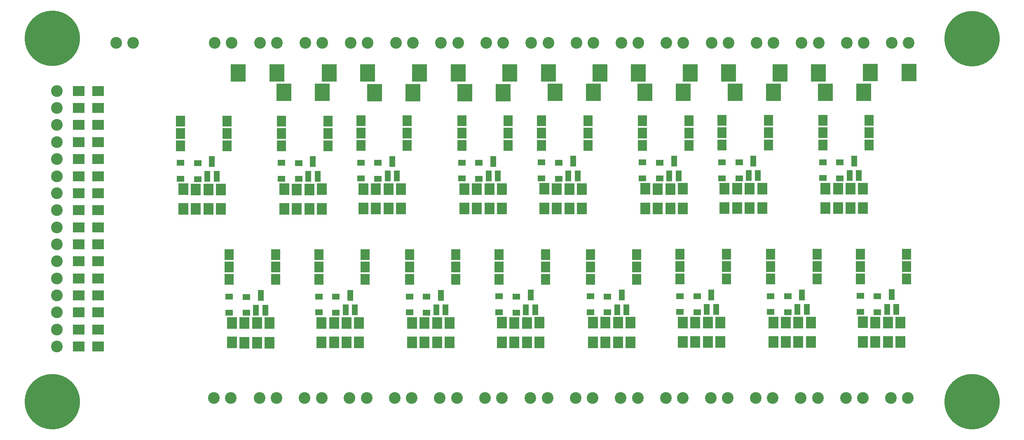
<source format=gbr>
G04 #@! TF.FileFunction,Soldermask,Top*
%FSLAX46Y46*%
G04 Gerber Fmt 4.6, Leading zero omitted, Abs format (unit mm)*
G04 Created by KiCad (PCBNEW 4.0.4-stable) date Wednesday, January 04, 2017 'PMt' 09:21:10 PM*
%MOMM*%
%LPD*%
G01*
G04 APERTURE LIST*
%ADD10C,0.100000*%
%ADD11R,1.620000X1.310000*%
%ADD12R,1.200000X2.300000*%
%ADD13R,1.920000X2.180000*%
%ADD14R,2.100000X2.400000*%
%ADD15C,2.400000*%
%ADD16R,3.100000X3.600000*%
%ADD17R,2.400000X2.100000*%
%ADD18C,11.400000*%
%ADD19C,1.100000*%
G04 APERTURE END LIST*
D10*
D11*
X154670000Y-63275000D03*
X154670000Y-60005000D03*
D12*
X160175000Y-62750000D03*
X162075000Y-62750000D03*
X161125000Y-59750000D03*
D11*
X158190000Y-63325000D03*
X158190000Y-60055000D03*
D13*
X164200000Y-53940000D03*
X154670000Y-53940000D03*
X164200000Y-51400000D03*
X164200000Y-56480000D03*
X154670000Y-56480000D03*
X154670000Y-51400000D03*
D14*
X173640000Y-65400000D03*
X173640000Y-69400000D03*
D11*
X176610000Y-63295000D03*
X176610000Y-60025000D03*
D13*
X182620000Y-53910000D03*
X173090000Y-53910000D03*
X182620000Y-51370000D03*
X182620000Y-56450000D03*
X173090000Y-56450000D03*
X173090000Y-51370000D03*
D11*
X173090000Y-63245000D03*
X173090000Y-59975000D03*
D14*
X181350000Y-69410000D03*
X181350000Y-65410000D03*
D12*
X178595000Y-62720000D03*
X180495000Y-62720000D03*
X179545000Y-59720000D03*
D14*
X176195000Y-69420000D03*
X176195000Y-65420000D03*
X178795000Y-65420000D03*
X178795000Y-69420000D03*
X145220000Y-37930000D03*
X145220000Y-41930000D03*
D12*
X150175000Y-35250000D03*
X152075000Y-35250000D03*
X151125000Y-32250000D03*
D11*
X148190000Y-35825000D03*
X148190000Y-32555000D03*
D14*
X147775000Y-41950000D03*
X147775000Y-37950000D03*
X150375000Y-37950000D03*
X150375000Y-41950000D03*
D11*
X144670000Y-35775000D03*
X144670000Y-32505000D03*
D14*
X152930000Y-41940000D03*
X152930000Y-37940000D03*
D13*
X154200000Y-26440000D03*
X144670000Y-26440000D03*
X154200000Y-23900000D03*
X154200000Y-28980000D03*
X144670000Y-28980000D03*
X144670000Y-23900000D03*
D12*
X170915000Y-35240000D03*
X172815000Y-35240000D03*
X171865000Y-32240000D03*
D14*
X173670000Y-41930000D03*
X173670000Y-37930000D03*
X171115000Y-37940000D03*
X171115000Y-41940000D03*
D11*
X165410000Y-35765000D03*
X165410000Y-32495000D03*
D14*
X165960000Y-37920000D03*
X165960000Y-41920000D03*
D13*
X174940000Y-26430000D03*
X165410000Y-26430000D03*
X174940000Y-23890000D03*
X174940000Y-28970000D03*
X165410000Y-28970000D03*
X165410000Y-23890000D03*
D14*
X168515000Y-41940000D03*
X168515000Y-37940000D03*
D11*
X168930000Y-35815000D03*
X168930000Y-32545000D03*
D14*
X155220000Y-65430000D03*
X155220000Y-69430000D03*
X157775000Y-69450000D03*
X157775000Y-65450000D03*
X162930000Y-69440000D03*
X162930000Y-65440000D03*
X160375000Y-65450000D03*
X160375000Y-69450000D03*
X128920000Y-37960000D03*
X128920000Y-41960000D03*
D11*
X128370000Y-35805000D03*
X128370000Y-32535000D03*
D13*
X137900000Y-26470000D03*
X128370000Y-26470000D03*
X137900000Y-23930000D03*
X137900000Y-29010000D03*
X128370000Y-29010000D03*
X128370000Y-23930000D03*
D12*
X133875000Y-35280000D03*
X135775000Y-35280000D03*
X134825000Y-32280000D03*
D11*
X131890000Y-35855000D03*
X131890000Y-32585000D03*
D13*
X117160000Y-26480000D03*
X107630000Y-26480000D03*
X117160000Y-23940000D03*
X117160000Y-29020000D03*
X107630000Y-29020000D03*
X107630000Y-23940000D03*
D12*
X113135000Y-35290000D03*
X115035000Y-35290000D03*
X114085000Y-32290000D03*
D11*
X111150000Y-35865000D03*
X111150000Y-32595000D03*
X107630000Y-35815000D03*
X107630000Y-32545000D03*
D14*
X110735000Y-41990000D03*
X110735000Y-37990000D03*
X113335000Y-37990000D03*
X113335000Y-41990000D03*
X108180000Y-37970000D03*
X108180000Y-41970000D03*
X134075000Y-37980000D03*
X134075000Y-41980000D03*
X131475000Y-41980000D03*
X131475000Y-37980000D03*
X115890000Y-41980000D03*
X115890000Y-37980000D03*
X136630000Y-41970000D03*
X136630000Y-37970000D03*
D12*
X141555000Y-62760000D03*
X143455000Y-62760000D03*
X142505000Y-59760000D03*
D13*
X145580000Y-53950000D03*
X136050000Y-53950000D03*
X145580000Y-51410000D03*
X145580000Y-56490000D03*
X136050000Y-56490000D03*
X136050000Y-51410000D03*
D11*
X139570000Y-63335000D03*
X139570000Y-60065000D03*
X136050000Y-63285000D03*
X136050000Y-60015000D03*
D14*
X118180000Y-65470000D03*
X118180000Y-69470000D03*
X120735000Y-69490000D03*
X120735000Y-65490000D03*
X123335000Y-65490000D03*
X123335000Y-69490000D03*
X125890000Y-69480000D03*
X125890000Y-65480000D03*
D13*
X127160000Y-53980000D03*
X117630000Y-53980000D03*
X127160000Y-51440000D03*
X127160000Y-56520000D03*
X117630000Y-56520000D03*
X117630000Y-51440000D03*
D12*
X123135000Y-62790000D03*
X125035000Y-62790000D03*
X124085000Y-59790000D03*
D11*
X121150000Y-63365000D03*
X121150000Y-60095000D03*
X117630000Y-63315000D03*
X117630000Y-60045000D03*
D14*
X141755000Y-65460000D03*
X141755000Y-69460000D03*
X139155000Y-69460000D03*
X139155000Y-65460000D03*
X136600000Y-65440000D03*
X136600000Y-69440000D03*
X144310000Y-69450000D03*
X144310000Y-65450000D03*
D11*
X91220000Y-35845000D03*
X91220000Y-32575000D03*
D14*
X91770000Y-38000000D03*
X91770000Y-42000000D03*
D12*
X96725000Y-35320000D03*
X98625000Y-35320000D03*
X97675000Y-32320000D03*
D13*
X100750000Y-26510000D03*
X91220000Y-26510000D03*
X100750000Y-23970000D03*
X100750000Y-29050000D03*
X91220000Y-29050000D03*
X91220000Y-23970000D03*
D11*
X94740000Y-35895000D03*
X94740000Y-32625000D03*
X70480000Y-35855000D03*
X70480000Y-32585000D03*
D12*
X75985000Y-35330000D03*
X77885000Y-35330000D03*
X76935000Y-32330000D03*
D11*
X74000000Y-35905000D03*
X74000000Y-32635000D03*
D13*
X80010000Y-26520000D03*
X70480000Y-26520000D03*
X80010000Y-23980000D03*
X80010000Y-29060000D03*
X70480000Y-29060000D03*
X70480000Y-23980000D03*
D11*
X98900000Y-63325000D03*
X98900000Y-60055000D03*
D14*
X107160000Y-69490000D03*
X107160000Y-65490000D03*
D13*
X108430000Y-53990000D03*
X98900000Y-53990000D03*
X108430000Y-51450000D03*
X108430000Y-56530000D03*
X98900000Y-56530000D03*
X98900000Y-51450000D03*
D12*
X104405000Y-62800000D03*
X106305000Y-62800000D03*
X105355000Y-59800000D03*
D11*
X102420000Y-63375000D03*
X102420000Y-60105000D03*
D14*
X99450000Y-65480000D03*
X99450000Y-69480000D03*
X102005000Y-69500000D03*
X102005000Y-65500000D03*
X104605000Y-65500000D03*
X104605000Y-69500000D03*
X88740000Y-69520000D03*
X88740000Y-65520000D03*
X86185000Y-65530000D03*
X86185000Y-69530000D03*
X81030000Y-65510000D03*
X81030000Y-69510000D03*
X83585000Y-69530000D03*
X83585000Y-65530000D03*
D11*
X80480000Y-63355000D03*
X80480000Y-60085000D03*
D12*
X85985000Y-62830000D03*
X87885000Y-62830000D03*
X86935000Y-59830000D03*
D13*
X90010000Y-54020000D03*
X80480000Y-54020000D03*
X90010000Y-51480000D03*
X90010000Y-56560000D03*
X80480000Y-56560000D03*
X80480000Y-51480000D03*
D11*
X84000000Y-63405000D03*
X84000000Y-60135000D03*
D14*
X99480000Y-42010000D03*
X99480000Y-38010000D03*
X96925000Y-38020000D03*
X96925000Y-42020000D03*
X94325000Y-42020000D03*
X94325000Y-38020000D03*
X71030000Y-38010000D03*
X71030000Y-42010000D03*
X78740000Y-42020000D03*
X78740000Y-38020000D03*
X73585000Y-42030000D03*
X73585000Y-38030000D03*
X76185000Y-38030000D03*
X76185000Y-42030000D03*
D11*
X61860000Y-63365000D03*
X61860000Y-60095000D03*
D13*
X71390000Y-54030000D03*
X61860000Y-54030000D03*
X71390000Y-51490000D03*
X71390000Y-56570000D03*
X61860000Y-56570000D03*
X61860000Y-51490000D03*
D12*
X67365000Y-62840000D03*
X69265000Y-62840000D03*
X68315000Y-59840000D03*
D11*
X65380000Y-63415000D03*
X65380000Y-60145000D03*
D14*
X62410000Y-65520000D03*
X62410000Y-69520000D03*
X64965000Y-69540000D03*
X64965000Y-65540000D03*
X67565000Y-65540000D03*
X67565000Y-69540000D03*
X70120000Y-69530000D03*
X70120000Y-65530000D03*
X59885000Y-38060000D03*
X59885000Y-42060000D03*
X54730000Y-38040000D03*
X54730000Y-42040000D03*
X57285000Y-42060000D03*
X57285000Y-38060000D03*
X62440000Y-42050000D03*
X62440000Y-38050000D03*
D13*
X63710000Y-26550000D03*
X54180000Y-26550000D03*
X63710000Y-24010000D03*
X63710000Y-29090000D03*
X54180000Y-29090000D03*
X54180000Y-24010000D03*
D12*
X59685000Y-35360000D03*
X61585000Y-35360000D03*
X60635000Y-32360000D03*
D11*
X57700000Y-35935000D03*
X57700000Y-32665000D03*
X54180000Y-35885000D03*
X54180000Y-32615000D03*
D14*
X49145000Y-65570000D03*
X49145000Y-69570000D03*
X43990000Y-65550000D03*
X43990000Y-69550000D03*
X46545000Y-69570000D03*
X46545000Y-65570000D03*
X51700000Y-69560000D03*
X51700000Y-65560000D03*
D13*
X52970000Y-54060000D03*
X43440000Y-54060000D03*
X52970000Y-51520000D03*
X52970000Y-56600000D03*
X43440000Y-56600000D03*
X43440000Y-51520000D03*
D12*
X48945000Y-62870000D03*
X50845000Y-62870000D03*
X49895000Y-59870000D03*
D11*
X46960000Y-63445000D03*
X46960000Y-60175000D03*
X43440000Y-63395000D03*
X43440000Y-60125000D03*
X36960000Y-35945000D03*
X36960000Y-32675000D03*
D15*
X43925000Y-7975000D03*
X40425000Y-7975000D03*
X53225000Y-7975000D03*
X49725000Y-7975000D03*
X62575000Y-7975000D03*
X59075000Y-7975000D03*
X71900000Y-7975000D03*
X68400000Y-7975000D03*
X81175000Y-7975000D03*
X77675000Y-7975000D03*
X90450000Y-7975000D03*
X86950000Y-7975000D03*
X99725000Y-7975000D03*
X96225000Y-7975000D03*
X109000000Y-7975000D03*
X105500000Y-7975000D03*
X118300000Y-7975000D03*
X114800000Y-7975000D03*
X127525000Y-7975000D03*
X124025000Y-7975000D03*
X136750000Y-7975000D03*
X133250000Y-7975000D03*
X146025000Y-7975000D03*
X142525000Y-7975000D03*
X155300000Y-7975000D03*
X151800000Y-7975000D03*
X164550000Y-7975000D03*
X161050000Y-7975000D03*
X173800000Y-7975000D03*
X170300000Y-7975000D03*
X183050000Y-7975000D03*
X179550000Y-7975000D03*
X40250000Y-80900000D03*
X43750000Y-80900000D03*
X49650000Y-80900000D03*
X53150000Y-80900000D03*
X58925000Y-80900000D03*
X62425000Y-80900000D03*
X68150000Y-80900000D03*
X71650000Y-80900000D03*
X77425000Y-80900000D03*
X80925000Y-80900000D03*
X86700000Y-80900000D03*
X90200000Y-80900000D03*
X96000000Y-80900000D03*
X99500000Y-80900000D03*
X105325000Y-80900000D03*
X108825000Y-80900000D03*
X114625000Y-80900000D03*
X118125000Y-80900000D03*
X123875000Y-80900000D03*
X127375000Y-80900000D03*
X133150000Y-80900000D03*
X136650000Y-80900000D03*
X142400000Y-80900000D03*
X145900000Y-80900000D03*
X151625000Y-80900000D03*
X155125000Y-80900000D03*
X160875000Y-80900000D03*
X164375000Y-80900000D03*
X170125000Y-80900000D03*
X173625000Y-80900000D03*
X179375000Y-80900000D03*
X182875000Y-80900000D03*
X8000000Y-17850000D03*
X8000000Y-21350000D03*
X8000000Y-24850000D03*
X8000000Y-28350000D03*
X8000000Y-31850000D03*
X8000000Y-35350000D03*
X8000000Y-38850000D03*
X8000000Y-42350000D03*
X8000000Y-45850000D03*
X8000000Y-49350000D03*
X8000000Y-52850000D03*
X8000000Y-56350000D03*
X8000000Y-59850000D03*
X8000000Y-63350000D03*
X8000000Y-66850000D03*
X8000000Y-70350000D03*
X23725000Y-8000000D03*
X20225000Y-8000000D03*
D16*
X45300000Y-14100000D03*
X53200000Y-14100000D03*
X54675000Y-18150000D03*
X62575000Y-18150000D03*
X64000000Y-14125000D03*
X71900000Y-14125000D03*
X73275000Y-18175000D03*
X81175000Y-18175000D03*
X82550000Y-14150000D03*
X90450000Y-14150000D03*
X91825000Y-18175000D03*
X99725000Y-18175000D03*
X101100000Y-14150000D03*
X109000000Y-14150000D03*
X110400000Y-18150000D03*
X118300000Y-18150000D03*
X119625000Y-14125000D03*
X127525000Y-14125000D03*
X128850000Y-18150000D03*
X136750000Y-18150000D03*
X138125000Y-14150000D03*
X146025000Y-14150000D03*
X147400000Y-18150000D03*
X155300000Y-18150000D03*
X164525000Y-14100000D03*
X156625000Y-14100000D03*
X173800000Y-18100000D03*
X165900000Y-18100000D03*
X183075000Y-14075000D03*
X175175000Y-14075000D03*
D12*
X38945000Y-35370000D03*
X40845000Y-35370000D03*
X39895000Y-32370000D03*
D17*
X16475000Y-17850000D03*
X12475000Y-17850000D03*
X16500000Y-21350000D03*
X12500000Y-21350000D03*
X16500000Y-24850000D03*
X12500000Y-24850000D03*
X16475000Y-28350000D03*
X12475000Y-28350000D03*
X16500000Y-31850000D03*
X12500000Y-31850000D03*
X16475000Y-35350000D03*
X12475000Y-35350000D03*
X16475000Y-38850000D03*
X12475000Y-38850000D03*
X16500000Y-42350000D03*
X12500000Y-42350000D03*
X16500000Y-45850000D03*
X12500000Y-45850000D03*
X16500000Y-49350000D03*
X12500000Y-49350000D03*
X16500000Y-52850000D03*
X12500000Y-52850000D03*
X16500000Y-56350000D03*
X12500000Y-56350000D03*
X16475000Y-59850000D03*
X12475000Y-59850000D03*
X16475000Y-63350000D03*
X12475000Y-63350000D03*
X16475000Y-66850000D03*
X12475000Y-66850000D03*
X16475000Y-70350000D03*
X12475000Y-70350000D03*
D14*
X36545000Y-42070000D03*
X36545000Y-38070000D03*
X39145000Y-38070000D03*
X39145000Y-42070000D03*
X41700000Y-42060000D03*
X41700000Y-38060000D03*
D13*
X42970000Y-26560000D03*
X33440000Y-26560000D03*
X42970000Y-24020000D03*
X42970000Y-29100000D03*
X33440000Y-29100000D03*
X33440000Y-24020000D03*
D18*
X7050000Y-7025000D03*
D19*
X11175000Y-7025000D03*
X9976815Y-9951815D03*
X7050000Y-11150000D03*
X4123185Y-9951815D03*
X2925000Y-7025000D03*
X4123185Y-4098185D03*
X7050000Y-2900000D03*
X9976815Y-4098185D03*
D18*
X196048185Y-81723185D03*
D19*
X200173185Y-81723185D03*
X198975000Y-84650000D03*
X196048185Y-85848185D03*
X193121370Y-84650000D03*
X191923185Y-81723185D03*
X193121370Y-78796370D03*
X196048185Y-77598185D03*
X198975000Y-78796370D03*
D18*
X7075000Y-81725000D03*
D19*
X11200000Y-81725000D03*
X10001815Y-84651815D03*
X7075000Y-85850000D03*
X4148185Y-84651815D03*
X2950000Y-81725000D03*
X4148185Y-78798185D03*
X7075000Y-77600000D03*
X10001815Y-78798185D03*
D18*
X196075000Y-7075000D03*
D19*
X200200000Y-7075000D03*
X199001815Y-10001815D03*
X196075000Y-11200000D03*
X193148185Y-10001815D03*
X191950000Y-7075000D03*
X193148185Y-4148185D03*
X196075000Y-2950000D03*
X199001815Y-4148185D03*
D11*
X33440000Y-35895000D03*
X33440000Y-32625000D03*
D14*
X33990000Y-38050000D03*
X33990000Y-42050000D03*
M02*

</source>
